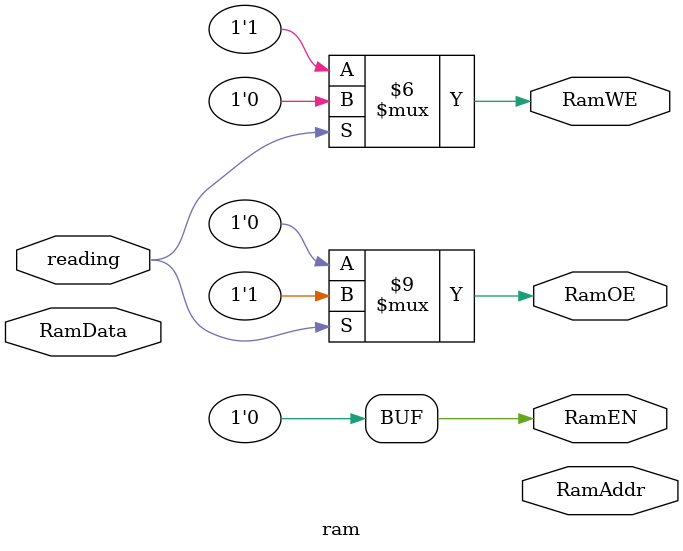
<source format=v>
`timescale 1ns / 1ps
module ram(
	 //input [15:0] data,
	 //input [17:0] addr,
	 input reading,
	 output [17:0] RamAddr,
	 inout [15:0] RamData,
	 output reg RamOE,
	 output reg RamWE,
	 output reg RamEN
		
    );
	 
	 //assign RamAddr = addr;
	 //assign RamData = (reading == 1'b1)?16'bz:data;
	 
	 always @(*) begin
		if (reading==1'b0) begin
			RamOE = 1'b0;
			RamWE = 1'b1;
			RamEN = 1'b0;
		end else begin
			RamOE = 1'b1;
			RamWE = 1'b0;
			RamEN = 1'b0;
		end
	 end


endmodule

</source>
